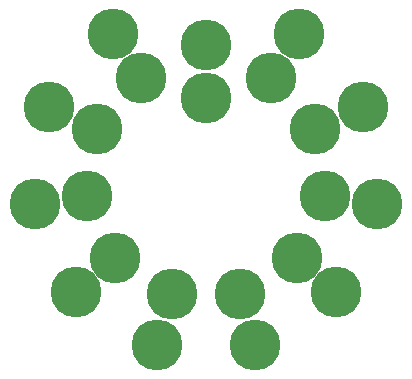
<source format=gbr>
G04 EAGLE Gerber RS-274X export*
G75*
%MOMM*%
%FSLAX34Y34*%
%LPD*%
%INBottom Copper*%
%IPPOS*%
%AMOC8*
5,1,8,0,0,1.08239X$1,22.5*%
G01*
%ADD10C,4.300000*%


D10*
X-132852Y60671D03*
X-92419Y42206D03*
X-144563Y-20785D03*
X-100566Y-14459D03*
X100566Y-14459D03*
X144563Y-20785D03*
X-110377Y-95642D03*
X-76784Y-66534D03*
X41147Y-140134D03*
X28624Y-97484D03*
X-41147Y-140134D03*
X-28624Y-97484D03*
X110377Y-95642D03*
X76784Y-66534D03*
X132852Y60671D03*
X92419Y42206D03*
X78961Y122865D03*
X54929Y85471D03*
X0Y113188D03*
X0Y68738D03*
X-78961Y122865D03*
X-54929Y85471D03*
M02*

</source>
